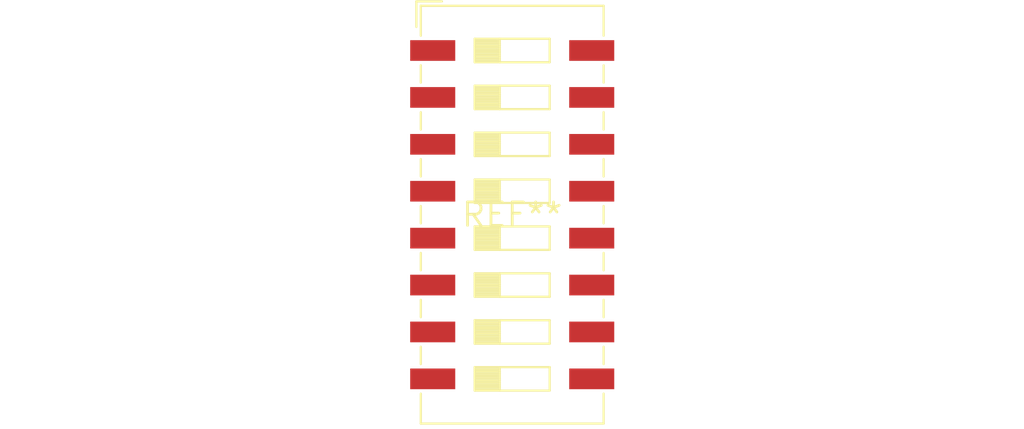
<source format=kicad_pcb>
(kicad_pcb (version 20240108) (generator pcbnew)
  (layers (0 "F.Cu" signal) (31 "B.Cu" signal) (34 "B.Paste" user) (35 "F.Paste" user) (36 "B.SilkS" user "B.Silkscreen") (37 "F.SilkS" user "F.Silkscreen") (38 "B.Mask" user) (39 "F.Mask" user) (44 "Edge.Cuts" user))
  (net 0 "")
  (footprint "SW_DIP_SPSTx08_Slide_9.78x22.5mm_W8.61mm_P2.54mm" (layer "F.Cu") (at 0 0)
    (property "Reference" "REF**")
    (property "Value" "SW_DIP_SPSTx08_Slide_9.78x22.5mm_W8.61mm_P2.54mm")
    (fp_line (start -5.19 -11.55) (end -5.19 -10.167) (layer "F.SilkS") (stroke (width 0.12)))
    (fp_line (start -5.19 -11.55) (end -3.806 -11.55) (layer "F.SilkS") (stroke (width 0.12)))
    (fp_line (start -4.95 -11.31) (end -4.95 -9.69) (layer "F.SilkS") (stroke (width 0.12)))
    (fp_line (start -4.95 -11.31) (end 4.95 -11.31) (layer "F.SilkS") (stroke (width 0.12)))
    (fp_line (start -4.95 -8.09) (end -4.95 -7.15) (layer "F.SilkS") (stroke (width 0.12)))
    (fp_line (start -4.95 -5.55) (end -4.95 -4.61) (layer "F.SilkS") (stroke (width 0.12)))
    (fp_line (start -4.95 -3.01) (end -4.95 -2.07) (layer "F.SilkS") (stroke (width 0.12)))
    (fp_line (start -4.95 -0.47) (end -4.95 0.47) (layer "F.SilkS") (stroke (width 0.12)))
    (fp_line (start -4.95 2.07) (end -4.95 3.01) (layer "F.SilkS") (stroke (width 0.12)))
    (fp_line (start -4.95 4.61) (end -4.95 5.55) (layer "F.SilkS") (stroke (width 0.12)))
    (fp_line (start -4.95 7.15) (end -4.95 8.09) (layer "F.SilkS") (stroke (width 0.12)))
    (fp_line (start -4.95 9.69) (end -4.95 11.311) (layer "F.SilkS") (stroke (width 0.12)))
    (fp_line (start -4.95 11.311) (end 4.95 11.311) (layer "F.SilkS") (stroke (width 0.12)))
    (fp_line (start -2.03 -9.525) (end -2.03 -8.255) (layer "F.SilkS") (stroke (width 0.12)))
    (fp_line (start -2.03 -9.405) (end -0.676667 -9.405) (layer "F.SilkS") (stroke (width 0.12)))
    (fp_line (start -2.03 -9.285) (end -0.676667 -9.285) (layer "F.SilkS") (stroke (width 0.12)))
    (fp_line (start -2.03 -9.165) (end -0.676667 -9.165) (layer "F.SilkS") (stroke (width 0.12)))
    (fp_line (start -2.03 -9.045) (end -0.676667 -9.045) (layer "F.SilkS") (stroke (width 0.12)))
    (fp_line (start -2.03 -8.925) (end -0.676667 -8.925) (layer "F.SilkS") (stroke (width 0.12)))
    (fp_line (start -2.03 -8.805) (end -0.676667 -8.805) (layer "F.SilkS") (stroke (width 0.12)))
    (fp_line (start -2.03 -8.685) (end -0.676667 -8.685) (layer "F.SilkS") (stroke (width 0.12)))
    (fp_line (start -2.03 -8.565) (end -0.676667 -8.565) (layer "F.SilkS") (stroke (width 0.12)))
    (fp_line (start -2.03 -8.445) (end -0.676667 -8.445) (layer "F.SilkS") (stroke (width 0.12)))
    (fp_line (start -2.03 -8.325) (end -0.676667 -8.325) (layer "F.SilkS") (stroke (width 0.12)))
    (fp_line (start -2.03 -8.255) (end 2.03 -8.255) (layer "F.SilkS") (stroke (width 0.12)))
    (fp_line (start -2.03 -6.985) (end -2.03 -5.715) (layer "F.SilkS") (stroke (width 0.12)))
    (fp_line (start -2.03 -6.865) (end -0.676667 -6.865) (layer "F.SilkS") (stroke (width 0.12)))
    (fp_line (start -2.03 -6.745) (end -0.676667 -6.745) (layer "F.SilkS") (stroke (width 0.12)))
    (fp_line (start -2.03 -6.625) (end -0.676667 -6.625) (layer "F.SilkS") (stroke (width 0.12)))
    (fp_line (start -2.03 -6.505) (end -0.676667 -6.505) (layer "F.SilkS") (stroke (width 0.12)))
    (fp_line (start -2.03 -6.385) (end -0.676667 -6.385) (layer "F.SilkS") (stroke (width 0.12)))
    (fp_line (start -2.03 -6.265) (end -0.676667 -6.265) (layer "F.SilkS") (stroke (width 0.12)))
    (fp_line (start -2.03 -6.145) (end -0.676667 -6.145) (layer "F.SilkS") (stroke (width 0.12)))
    (fp_line (start -2.03 -6.025) (end -0.676667 -6.025) (layer "F.SilkS") (stroke (width 0.12)))
    (fp_line (start -2.03 -5.905) (end -0.676667 -5.905) (layer "F.SilkS") (stroke (width 0.12)))
    (fp_line (start -2.03 -5.785) (end -0.676667 -5.785) (layer "F.SilkS") (stroke (width 0.12)))
    (fp_line (start -2.03 -5.715) (end 2.03 -5.715) (layer "F.SilkS") (stroke (width 0.12)))
    (fp_line (start -2.03 -4.445) (end -2.03 -3.175) (layer "F.SilkS") (stroke (width 0.12)))
    (fp_line (start -2.03 -4.325) (end -0.676667 -4.325) (layer "F.SilkS") (stroke (width 0.12)))
    (fp_line (start -2.03 -4.205) (end -0.676667 -4.205) (layer "F.SilkS") (stroke (width 0.12)))
    (fp_line (start -2.03 -4.085) (end -0.676667 -4.085) (layer "F.SilkS") (stroke (width 0.12)))
    (fp_line (start -2.03 -3.965) (end -0.676667 -3.965) (layer "F.SilkS") (stroke (width 0.12)))
    (fp_line (start -2.03 -3.845) (end -0.676667 -3.845) (layer "F.SilkS") (stroke (width 0.12)))
    (fp_line (start -2.03 -3.725) (end -0.676667 -3.725) (layer "F.SilkS") (stroke (width 0.12)))
    (fp_line (start -2.03 -3.605) (end -0.676667 -3.605) (layer "F.SilkS") (stroke (width 0.12)))
    (fp_line (start -2.03 -3.485) (end -0.676667 -3.485) (layer "F.SilkS") (stroke (width 0.12)))
    (fp_line (start -2.03 -3.365) (end -0.676667 -3.365) (layer "F.SilkS") (stroke (width 0.12)))
    (fp_line (start -2.03 -3.245) (end -0.676667 -3.245) (layer "F.SilkS") (stroke (width 0.12)))
    (fp_line (start -2.03 -3.175) (end 2.03 -3.175) (layer "F.SilkS") (stroke (width 0.12)))
    (fp_line (start -2.03 -1.905) (end -2.03 -0.635) (layer "F.SilkS") (stroke (width 0.12)))
    (fp_line (start -2.03 -1.785) (end -0.676667 -1.785) (layer "F.SilkS") (stroke (width 0.12)))
    (fp_line (start -2.03 -1.665) (end -0.676667 -1.665) (layer "F.SilkS") (stroke (width 0.12)))
    (fp_line (start -2.03 -1.545) (end -0.676667 -1.545) (layer "F.SilkS") (stroke (width 0.12)))
    (fp_line (start -2.03 -1.425) (end -0.676667 -1.425) (layer "F.SilkS") (stroke (width 0.12)))
    (fp_line (start -2.03 -1.305) (end -0.676667 -1.305) (layer "F.SilkS") (stroke (width 0.12)))
    (fp_line (start -2.03 -1.185) (end -0.676667 -1.185) (layer "F.SilkS") (stroke (width 0.12)))
    (fp_line (start -2.03 -1.065) (end -0.676667 -1.065) (layer "F.SilkS") (stroke (width 0.12)))
    (fp_line (start -2.03 -0.945) (end -0.676667 -0.945) (layer "F.SilkS") (stroke (width 0.12)))
    (fp_line (start -2.03 -0.825) (end -0.676667 -0.825) (layer "F.SilkS") (stroke (width 0.12)))
    (fp_line (start -2.03 -0.705) (end -0.676667 -0.705) (layer "F.SilkS") (stroke (width 0.12)))
    (fp_line (start -2.03 -0.635) (end 2.03 -0.635) (layer "F.SilkS") (stroke (width 0.12)))
    (fp_line (start -2.03 0.635) (end -2.03 1.905) (layer "F.SilkS") (stroke (width 0.12)))
    (fp_line (start -2.03 0.755) (end -0.676667 0.755) (layer "F.SilkS") (stroke (width 0.12)))
    (fp_line (start -2.03 0.875) (end -0.676667 0.875) (layer "F.SilkS") (stroke (width 0.12)))
    (fp_line (start -2.03 0.995) (end -0.676667 0.995) (layer "F.SilkS") (stroke (width 0.12)))
    (fp_line (start -2.03 1.115) (end -0.676667 1.115) (layer "F.SilkS") (stroke (width 0.12)))
    (fp_line (start -2.03 1.235) (end -0.676667 1.235) (layer "F.SilkS") (stroke (width 0.12)))
    (fp_line (start -2.03 1.355) (end -0.676667 1.355) (layer "F.SilkS") (stroke (width 0.12)))
    (fp_line (start -2.03 1.475) (end -0.676667 1.475) (layer "F.SilkS") (stroke (width 0.12)))
    (fp_line (start -2.03 1.595) (end -0.676667 1.595) (layer "F.SilkS") (stroke (width 0.12)))
    (fp_line (start -2.03 1.715) (end -0.676667 1.715) (layer "F.SilkS") (stroke (width 0.12)))
    (fp_line (start -2.03 1.835) (end -0.676667 1.835) (layer "F.SilkS") (stroke (width 0.12)))
    (fp_line (start -2.03 1.905) (end 2.03 1.905) (layer "F.SilkS") (stroke (width 0.12)))
    (fp_line (start -2.03 3.175) (end -2.03 4.445) (layer "F.SilkS") (stroke (width 0.12)))
    (fp_line (start -2.03 3.295) (end -0.676667 3.295) (layer "F.SilkS") (stroke (width 0.12)))
    (fp_line (start -2.03 3.415) (end -0.676667 3.415) (layer "F.SilkS") (stroke (width 0.12)))
    (fp_line (start -2.03 3.535) (end -0.676667 3.535) (layer "F.SilkS") (stroke (width 0.12)))
    (fp_line (start -2.03 3.655) (end -0.676667 3.655) (layer "F.SilkS") (stroke (width 0.12)))
    (fp_line (start -2.03 3.775) (end -0.676667 3.775) (layer "F.SilkS") (stroke (width 0.12)))
    (fp_line (start -2.03 3.895) (end -0.676667 3.895) (layer "F.SilkS") (stroke (width 0.12)))
    (fp_line (start -2.03 4.015) (end -0.676667 4.015) (layer "F.SilkS") (stroke (width 0.12)))
    (fp_line (start -2.03 4.135) (end -0.676667 4.135) (layer "F.SilkS") (stroke (width 0.12)))
    (fp_line (start -2.03 4.255) (end -0.676667 4.255) (layer "F.SilkS") (stroke (width 0.12)))
    (fp_line (start -2.03 4.375) (end -0.676667 4.375) (layer "F.SilkS") (stroke (width 0.12)))
    (fp_line (start -2.03 4.445) (end 2.03 4.445) (layer "F.SilkS") (stroke (width 0.12)))
    (fp_line (start -2.03 5.715) (end -2.03 6.985) (layer "F.SilkS") (stroke (width 0.12)))
    (fp_line (start -2.03 5.835) (end -0.676667 5.835) (layer "F.SilkS") (stroke (width 0.12)))
    (fp_line (start -2.03 5.955) (end -0.676667 5.955) (layer "F.SilkS") (stroke (width 0.12)))
    (fp_line (start -2.03 6.075) (end -0.676667 6.075) (layer "F.SilkS") (stroke (width 0.12)))
    (fp_line (start -2.03 6.195) (end -0.676667 6.195) (layer "F.SilkS") (stroke (width 0.12)))
    (fp_line (start -2.03 6.315) (end -0.676667 6.315) (layer "F.SilkS") (stroke (width 0.12)))
    (fp_line (start -2.03 6.435) (end -0.676667 6.435) (layer "F.SilkS") (stroke (width 0.12)))
    (fp_line (start -2.03 6.555) (end -0.676667 6.555) (layer "F.SilkS") (stroke (width 0.12)))
    (fp_line (start -2.03 6.675) (end -0.676667 6.675) (layer "F.SilkS") (stroke (width 0.12)))
    (fp_line (start -2.03 6.795) (end -0.676667 6.795) (layer "F.SilkS") (stroke (width 0.12)))
    (fp_line (start -2.03 6.915) (end -0.676667 6.915) (layer "F.SilkS") (stroke (width 0.12)))
    (fp_line (start -2.03 6.985) (end 2.03 6.985) (layer "F.SilkS") (stroke (width 0.12)))
    (fp_line (start -2.03 8.255) (end -2.03 9.525) (layer "F.SilkS") (stroke (width 0.12)))
    (fp_line (start -2.03 8.375) (end -0.676667 8.375) (layer "F.SilkS") (stroke (width 0.12)))
    (fp_line (start -2.03 8.495) (end -0.676667 8.495) (layer "F.SilkS") (stroke (width 0.12)))
    (fp_line (start -2.03 8.615) (end -0.676667 8.615) (layer "F.SilkS") (stroke (width 0.12)))
    (fp_line (start -2.03 8.735) (end -0.676667 8.735) (layer "F.SilkS") (stroke (width 0.12)))
    (fp_line (start -2.03 8.855) (end -0.676667 8.855) (layer "F.SilkS") (stroke (width 0.12)))
    (fp_line (start -2.03 8.975) (end -0.676667 8.975) (layer "F.SilkS") (stroke (width 0.12)))
    (fp_line (start -2.03 9.095) (end -0.676667 9.095) (layer "F.SilkS") (stroke (width 0.12)))
    (fp_line (start -2.03 9.215) (end -0.676667 9.215) (layer "F.SilkS") (stroke (width 0.12)))
    (fp_line (start -2.03 9.335) (end -0.676667 9.335) (layer "F.SilkS") (stroke (width 0.12)))
    (fp_line (start -2.03 9.455) (end -0.676667 9.455) (layer "F.SilkS") (stroke (width 0.12)))
    (fp_line (start -2.03 9.525) (end 2.03 9.525) (layer "F.SilkS") (stroke (width 0.12)))
    (fp_line (start -0.676667 -9.525) (end -0.676667 -8.255) (layer "F.SilkS") (stroke (width 0.12)))
    (fp_line (start -0.676667 -6.985) (end -0.676667 -5.715) (layer "F.SilkS") (stroke (width 0.12)))
    (fp_line (start -0.676667 -4.445) (end -0.676667 -3.175) (layer "F.SilkS") (stroke (width 0.12)))
    (fp_line (start -0.676667 -1.905) (end -0.676667 -0.635) (layer "F.SilkS") (stroke (width 0.12)))
    (fp_line (start -0.676667 0.635) (end -0.676667 1.905) (layer "F.SilkS") (stroke (width 0.12)))
    (fp_line (start -0.676667 3.175) (end -0.676667 4.445) (layer "F.SilkS") (stroke (width 0.12)))
    (fp_line (start -0.676667 5.715) (end -0.676667 6.985) (layer "F.SilkS") (stroke (width 0.12)))
    (fp_line (start -0.676667 8.255) (end -0.676667 9.525) (layer "F.SilkS") (stroke (width 0.12)))
    (fp_line (start 2.03 -9.525) (end -2.03 -9.525) (layer "F.SilkS") (stroke (width 0.12)))
    (fp_line (start 2.03 -8.255) (end 2.03 -9.525) (layer "F.SilkS") (stroke (width 0.12)))
    (fp_line (start 2.03 -6.985) (end -2.03 -6.985) (layer "F.SilkS") (stroke (width 0.12)))
    (fp_line (start 2.03 -5.715) (end 2.03 -6.985) (layer "F.SilkS") (stroke (width 0.12)))
    (fp_line (start 2.03 -4.445) (end -2.03 -4.445) (layer "F.SilkS") (stroke (width 0.12)))
    (fp_line (start 2.03 -3.175) (end 2.03 -4.445) (layer "F.SilkS") (stroke (width 0.12)))
    (fp_line (start 2.03 -1.905) (end -2.03 -1.905) (layer "F.SilkS") (stroke (width 0.12)))
    (fp_line (start 2.03 -0.635) (end 2.03 -1.905) (layer "F.SilkS") (stroke (width 0.12)))
    (fp_line (start 2.03 0.635) (end -2.03 0.635) (layer "F.SilkS") (stroke (width 0.12)))
    (fp_line (start 2.03 1.905) (end 2.03 0.635) (layer "F.SilkS") (stroke (width 0.12)))
    (fp_line (start 2.03 3.175) (end -2.03 3.175) (layer "F.SilkS") (stroke (width 0.12)))
    (fp_line (start 2.03 4.445) (end 2.03 3.175) (layer "F.SilkS") (stroke (width 0.12)))
    (fp_line (start 2.03 5.715) (end -2.03 5.715) (layer "F.SilkS") (stroke (width 0.12)))
    (fp_line (start 2.03 6.985) (end 2.03 5.715) (layer "F.SilkS") (stroke (width 0.12)))
    (fp_line (start 2.03 8.255) (end -2.03 8.255) (layer "F.SilkS") (stroke (width 0.12)))
    (fp_line (start 2.03 9.525) (end 2.03 8.255) (layer "F.SilkS") (stroke (width 0.12)))
    (fp_line (start 4.95 -11.31) (end 4.95 -9.69) (layer "F.SilkS") (stroke (width 0.12)))
    (fp_line (start 4.95 -8.089) (end 4.95 -7.149) (layer "F.SilkS") (stroke (width 0.12)))
    (fp_line (start 4.95 -5.549) (end 4.95 -4.609) (layer "F.SilkS") (stroke (width 0.12)))
    (fp_line (start 4.95 -3.009) (end 4.95 -2.069) (layer "F.SilkS") (stroke (width 0.12)))
    (fp_line (start 4.95 -0.469) (end 4.95 0.471) (layer "F.SilkS") (stroke (width 0.12)))
    (fp_line (start 4.95 2.071) (end 4.95 3.011) (layer "F.SilkS") (stroke (width 0.12)))
    (fp_line (start 4.95 4.611) (end 4.95 5.551) (layer "F.SilkS") (stroke (width 0.12)))
    (fp_line (start 4.95 7.151) (end 4.95 8.09) (layer "F.SilkS") (stroke (width 0.12)))
    (fp_line (start 4.95 9.69) (end 4.95 11.311) (layer "F.SilkS") (stroke (width 0.12)))
    (pad "1" smd rect (at -4.305 -8.89) (size 2.44 1.12) (layers "F.Cu" "F.Paste" "F.Mask"))
    (pad "2" smd rect (at -4.305 -6.35) (size 2.44 1.12) (layers "F.Cu" "F.Paste" "F.Mask"))
    (pad "3" smd rect (at -4.305 -3.81) (size 2.44 1.12) (layers "F.Cu" "F.Paste" "F.Mask"))
    (pad "4" smd rect (at -4.305 -1.27) (size 2.44 1.12) (layers "F.Cu" "F.Paste" "F.Mask"))
    (pad "5" smd rect (at -4.305 1.27) (size 2.44 1.12) (layers "F.Cu" "F.Paste" "F.Mask"))
    (pad "6" smd rect (at -4.305 3.81) (size 2.44 1.12) (layers "F.Cu" "F.Paste" "F.Mask"))
    (pad "7" smd rect (at -4.305 6.35) (size 2.44 1.12) (layers "F.Cu" "F.Paste" "F.Mask"))
    (pad "8" smd rect (at -4.305 8.89) (size 2.44 1.12) (layers "F.Cu" "F.Paste" "F.Mask"))
    (pad "9" smd rect (at 4.305 8.89) (size 2.44 1.12) (layers "F.Cu" "F.Paste" "F.Mask"))
    (pad "10" smd rect (at 4.305 6.35) (size 2.44 1.12) (layers "F.Cu" "F.Paste" "F.Mask"))
    (pad "11" smd rect (at 4.305 3.81) (size 2.44 1.12) (layers "F.Cu" "F.Paste" "F.Mask"))
    (pad "12" smd rect (at 4.305 1.27) (size 2.44 1.12) (layers "F.Cu" "F.Paste" "F.Mask"))
    (pad "13" smd rect (at 4.305 -1.27) (size 2.44 1.12) (layers "F.Cu" "F.Paste" "F.Mask"))
    (pad "14" smd rect (at 4.305 -3.81) (size 2.44 1.12) (layers "F.Cu" "F.Paste" "F.Mask"))
    (pad "15" smd rect (at 4.305 -6.35) (size 2.44 1.12) (layers "F.Cu" "F.Paste" "F.Mask"))
    (pad "16" smd rect (at 4.305 -8.89) (size 2.44 1.12) (layers "F.Cu" "F.Paste" "F.Mask"))
  )
)
</source>
